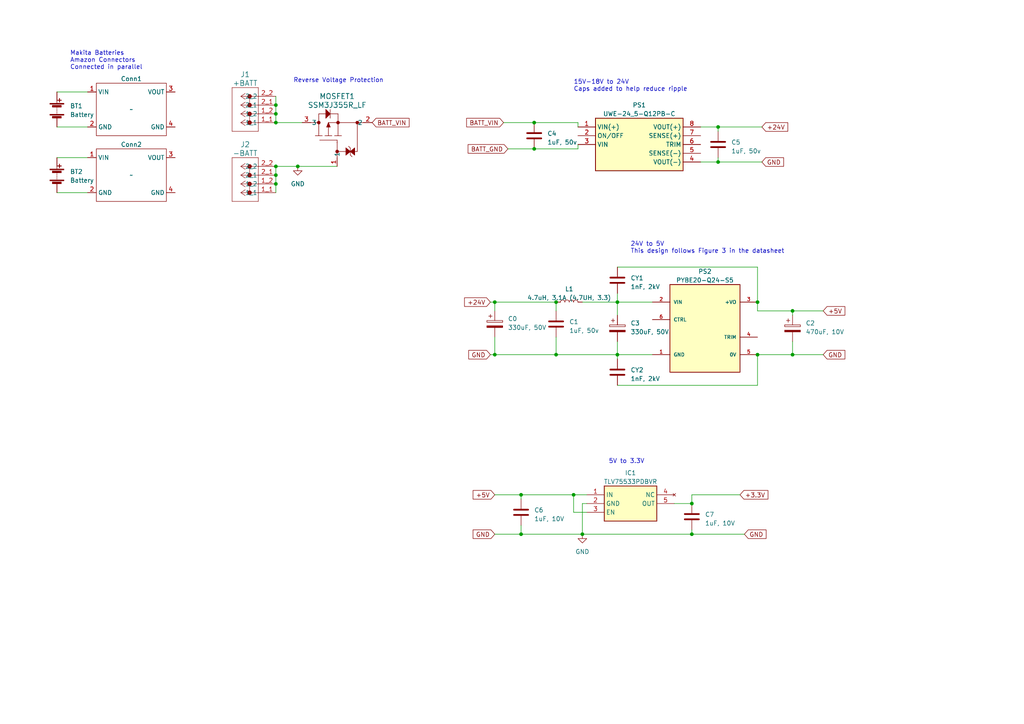
<source format=kicad_sch>
(kicad_sch (version 20230121) (generator eeschema)
  (paper "A4")
  (lib_symbols
    (symbol "2604-1102:2604-1102" (pin_names (offset 0.254))
      (property "Reference" "J" (at 8.89 6.35 0))
      (property "Value" "2604-1102" (at 0 0 0))
      (symbol "2604-1102_0_1"
        (polyline (pts (xy 5.08 -10.16) (xy 12.7 -10.16)) (stroke (width 0.127)))
        (polyline (pts (xy 5.08 2.54) (xy 5.08 -10.16)) (stroke (width 0.127)))
        (polyline (pts (xy 7.62 -5.08) (xy 7.62 -7.62)) (stroke (width 0.127)))
        (polyline (pts (xy 7.62 0) (xy 7.62 -2.54)) (stroke (width 0.127)))
        (polyline (pts (xy 10.16 -7.62) (xy 5.08 -7.62)) (stroke (width 0.127)))
        (polyline (pts (xy 10.16 -7.62) (xy 8.89 -8.4667)) (stroke (width 0.127)))
        (polyline (pts (xy 10.16 -7.62) (xy 8.89 -6.7733)) (stroke (width 0.127)))
        (polyline (pts (xy 10.16 -5.08) (xy 5.08 -5.08)) (stroke (width 0.127)))
        (polyline (pts (xy 10.16 -5.08) (xy 8.89 -5.9267)) (stroke (width 0.127)))
        (polyline (pts (xy 10.16 -5.08) (xy 8.89 -4.2333)) (stroke (width 0.127)))
        (polyline (pts (xy 10.16 -2.54) (xy 5.08 -2.54)) (stroke (width 0.127)))
        (polyline (pts (xy 10.16 -2.54) (xy 8.89 -3.3867)) (stroke (width 0.127)))
        (polyline (pts (xy 10.16 -2.54) (xy 8.89 -1.6933)) (stroke (width 0.127)))
        (polyline (pts (xy 10.16 0) (xy 5.08 0)) (stroke (width 0.127)))
        (polyline (pts (xy 10.16 0) (xy 8.89 -0.8467)) (stroke (width 0.127)))
        (polyline (pts (xy 10.16 0) (xy 8.89 0.8467)) (stroke (width 0.127)))
        (polyline (pts (xy 12.7 -10.16) (xy 12.7 2.54)) (stroke (width 0.127)))
        (polyline (pts (xy 12.7 2.54) (xy 5.08 2.54)) (stroke (width 0.127)))
        (circle (center 7.62 -7.62) (radius 0.127) (stroke (width 0.508)))
        (circle (center 7.62 -5.08) (radius 0.127) (stroke (width 0.508)))
        (circle (center 7.62 -2.54) (radius 0.127) (stroke (width 0.508)))
        (circle (center 7.62 0) (radius 0.127) (stroke (width 0.508)))
        (pin unspecified line (at 0 0 0) (length 5.08) (name "1_1") (number "1_1"))
        (pin unspecified line (at 0 -2.54 0) (length 5.08) (name "1_2") (number "1_2"))
        (pin unspecified line (at 0 -5.08 0) (length 5.08) (name "2_1") (number "2_1"))
        (pin unspecified line (at 0 -7.62 0) (length 5.08) (name "2_2") (number "2_2"))
      )
    )
    (symbol "Device:Battery" (pin_numbers hide) (pin_names (offset 0) hide)
      (property "Reference" "BT" (at 2.54 2.54 0))
      (property "Value" "Battery" (at 2.54 0 0))
      (symbol "Battery_0_1"
        (rectangle (start -2.032 -1.397) (end 2.032 -1.651) (fill (type outline)))
        (rectangle (start -2.032 1.778) (end 2.032 1.524) (fill (type outline)))
        (rectangle (start -1.3208 -1.9812) (end 1.27 -2.4892) (fill (type outline)))
        (rectangle (start -1.3208 1.1938) (end 1.27 0.6858) (fill (type outline)))
        (polyline (pts (xy 0 -1.524) (xy 0 -1.27)))
        (polyline (pts (xy 0 -1.016) (xy 0 -0.762)))
        (polyline (pts (xy 0 -0.508) (xy 0 -0.254)))
        (polyline (pts (xy 0 0) (xy 0 0.254)))
        (polyline (pts (xy 0 0.508) (xy 0 0.762)))
        (polyline (pts (xy 0 1.778) (xy 0 2.54)))
        (polyline (pts (xy 0.254 2.667) (xy 1.27 2.667)) (stroke (width 0.254)))
        (polyline (pts (xy 0.762 3.175) (xy 0.762 2.159)) (stroke (width 0.254)))
      )
      (symbol "Battery_1_1"
        (pin passive line (at 0 5.08 270) (length 2.54) (name "+") (number "1"))
        (pin passive line (at 0 -5.08 90) (length 2.54) (name "-") (number "2"))
      )
    )
    (symbol "Device:C" (pin_numbers hide) (pin_names (offset 0.254))
      (property "Reference" "C" (at 0.635 2.54 0))
      (property "Value" "C" (at 0.635 -2.54 0))
      (symbol "C_0_1"
        (polyline (pts (xy -2.032 -0.762) (xy 2.032 -0.762)) (stroke (width 0.508)))
        (polyline (pts (xy -2.032 0.762) (xy 2.032 0.762)) (stroke (width 0.508)))
      )
      (symbol "C_1_1"
        (pin passive line (at 0 3.81 270) (length 2.794) (name "~") (number "1"))
        (pin passive line (at 0 -3.81 90) (length 2.794) (name "~") (number "2"))
      )
    )
    (symbol "Device:C_Polarized" (pin_numbers hide) (pin_names (offset 0.254))
      (property "Reference" "C" (at 0.635 2.54 0))
      (property "Value" "C_Polarized" (at 0.635 -2.54 0))
      (symbol "C_Polarized_0_1"
        (rectangle (start -2.286 0.508) (end 2.286 1.016))
        (polyline (pts (xy -1.778 2.286) (xy -0.762 2.286)))
        (polyline (pts (xy -1.27 2.794) (xy -1.27 1.778)))
        (rectangle (start 2.286 -0.508) (end -2.286 -1.016) (fill (type outline)))
      )
      (symbol "C_Polarized_1_1"
        (pin passive line (at 0 3.81 270) (length 2.794) (name "~") (number "1"))
        (pin passive line (at 0 -3.81 90) (length 2.794) (name "~") (number "2"))
      )
    )
    (symbol "Device:L" (pin_numbers hide) (pin_names (offset 1.016) hide)
      (property "Reference" "L" (at -1.27 0 90))
      (property "Value" "L" (at 1.905 0 90))
      (symbol "L_0_1"
        (arc (start 0 -2.54) (mid 0.6323 -1.905) (end 0 -1.27))
        (arc (start 0 -1.27) (mid 0.6323 -0.635) (end 0 0))
        (arc (start 0 0) (mid 0.6323 0.635) (end 0 1.27))
        (arc (start 0 1.27) (mid 0.6323 1.905) (end 0 2.54))
      )
      (symbol "L_1_1"
        (pin passive line (at 0 3.81 270) (length 1.27) (name "1") (number "1"))
        (pin passive line (at 0 -3.81 90) (length 1.27) (name "2") (number "2"))
      )
    )
    (symbol "MakitaBatteryAdapter:MakitaBatteryAdapter"
      (property "Reference" "Conn" (at 0 10.16 0))
      (symbol "MakitaBatteryAdapter_0_1"
        (rectangle (start -10.16 7.62) (end 10.16 -7.62))
      )
      (symbol "MakitaBatteryAdapter_1_1"
        (pin input line (at -12.7 5.08 0) (length 2.54) (name "VIN") (number "1"))
        (pin input line (at -12.7 -5.08 0) (length 2.54) (name "GND") (number "2"))
        (pin output line (at 12.7 5.08 180) (length 2.54) (name "VOUT") (number "3"))
        (pin output line (at 12.7 -5.08 180) (length 2.54) (name "GND") (number "4"))
      )
    )
    (symbol "PYBE20-Q24-S5:PYBE20-Q24-S5" (pin_names (offset 1.016))
      (property "Reference" "PS" (at -10.16 12.7 0))
      (property "Value" "PYBE20-Q24-S5" (at -10.16 -15.24 0))
      (symbol "PYBE20-Q24-S5_0_0"
        (rectangle (start -10.16 -12.7) (end 10.16 12.7) (stroke (width 0.254)) (fill (type background)))
        (pin power_in line (at -15.24 -7.62 0) (length 5.08) (name "GND") (number "1"))
        (pin input line (at -15.24 7.62 0) (length 5.08) (name "VIN") (number "2"))
        (pin output line (at 15.24 7.62 180) (length 5.08) (name "+VO") (number "3"))
        (pin input line (at 15.24 -2.54 180) (length 5.08) (name "TRIM") (number "4"))
        (pin power_in line (at 15.24 -7.62 180) (length 5.08) (name "0V") (number "5"))
        (pin input line (at -15.24 2.54 0) (length 5.08) (name "CTRL") (number "6"))
      )
    )
    (symbol "SSM3J355R_LF:SSM3J355R_LF" (pin_names (offset 0.254))
      (property "Reference" "MOSFET" (at 0 0 0))
      (property "Value" "SSM3J355R_LF" (at 0 0 0))
      (symbol "SSM3J355R_LF_0_1"
        (polyline (pts (xy 0 -7.62) (xy 4.572 -7.62)) (stroke (width 0.1524)))
        (polyline (pts (xy 0.762 -12.7) (xy 2.794 -12.7)) (stroke (width 0.1524)))
        (polyline (pts (xy 0.762 -11.43) (xy 0.254 -11.938)) (stroke (width 0.1524)))
        (polyline (pts (xy 0.762 -11.43) (xy 2.794 -11.43)) (stroke (width 0.1524)))
        (polyline (pts (xy 0.762 -10.16) (xy 1.778 -11.43)) (stroke (width 0.1524)))
        (polyline (pts (xy 0.762 -10.16) (xy 2.794 -10.16)) (stroke (width 0.1524)))
        (polyline (pts (xy 1.778 -13.462) (xy 10.16 -13.462)) (stroke (width 0.1524)))
        (polyline (pts (xy 1.778 -12.7) (xy 1.778 -13.462)) (stroke (width 0.1524)))
        (polyline (pts (xy 1.778 -11.43) (xy 0.762 -12.7)) (stroke (width 0.1524)))
        (polyline (pts (xy 1.778 -7.62) (xy 1.778 -10.16)) (stroke (width 0.1524)))
        (polyline (pts (xy 2.794 -12.7) (xy 1.778 -11.43)) (stroke (width 0.1524)))
        (polyline (pts (xy 2.794 -11.43) (xy 3.302 -10.922)) (stroke (width 0.1524)))
        (polyline (pts (xy 2.794 -10.16) (xy 1.778 -11.43)) (stroke (width 0.1524)))
        (polyline (pts (xy 5.08 -7.62) (xy 4.318 -7.62)) (stroke (width 0.1524)))
        (polyline (pts (xy 5.08 -7.62) (xy 5.08 -2.54)) (stroke (width 0.1524)))
        (polyline (pts (xy 6.35 -8.89) (xy 6.35 -6.858)) (stroke (width 0.1524)))
        (polyline (pts (xy 6.35 -7.874) (xy 12.7 -7.874)) (stroke (width 0.1524)))
        (polyline (pts (xy 6.35 -6.096) (xy 6.35 -4.064)) (stroke (width 0.1524)))
        (polyline (pts (xy 6.35 -5.08) (xy 8.89 -5.08)) (stroke (width 0.1524)))
        (polyline (pts (xy 6.35 -3.302) (xy 6.35 -1.27)) (stroke (width 0.1524)))
        (polyline (pts (xy 8.89 -5.588) (xy 10.16 -5.08)) (stroke (width 0.1524)))
        (polyline (pts (xy 8.89 -4.572) (xy 8.89 -5.588)) (stroke (width 0.1524)))
        (polyline (pts (xy 10.16 -5.08) (xy 8.89 -4.572)) (stroke (width 0.1524)))
        (polyline (pts (xy 10.16 -5.08) (xy 10.16 -15.24)) (stroke (width 0.1524)))
        (polyline (pts (xy 10.16 0) (xy 10.16 -2.286)) (stroke (width 0.1524)))
        (polyline (pts (xy 11.43 -5.588) (xy 13.97 -5.588)) (stroke (width 0.1524)))
        (polyline (pts (xy 11.43 -4.318) (xy 13.97 -4.318)) (stroke (width 0.1524)))
        (polyline (pts (xy 12.7 -7.874) (xy 12.7 -5.588)) (stroke (width 0.1524)))
        (polyline (pts (xy 12.7 -5.588) (xy 11.43 -4.318)) (stroke (width 0.1524)))
        (polyline (pts (xy 12.7 -4.318) (xy 12.7 -2.286)) (stroke (width 0.1524)))
        (polyline (pts (xy 12.7 -2.286) (xy 6.35 -2.286)) (stroke (width 0.1524)))
        (polyline (pts (xy 13.97 -4.318) (xy 12.7 -5.588)) (stroke (width 0.1524)))
        (polyline (pts (xy 8.89 -4.572) (xy 8.89 -5.588) (xy 10.16 -5.08)) (fill (type outline)))
        (polyline (pts (xy 11.43 -4.318) (xy 12.7 -5.588) (xy 13.97 -4.318)) (fill (type outline)))
        (polyline (pts (xy 0.762 -10.16) (xy 1.778 -11.43) (xy 0.762 -12.7) (xy 2.794 -12.7) (xy 1.778 -11.43) (xy 2.794 -10.16)) (fill (type outline)))
        (circle (center 1.778 -7.62) (radius 0.254) (stroke (width 0.508)))
        (circle (center 10.16 -13.462) (radius 0.254) (stroke (width 0.508)))
        (circle (center 10.16 -7.874) (radius 0.254) (stroke (width 0.508)))
        (circle (center 10.16 -2.286) (radius 0.254) (stroke (width 0.508)))
        (pin unspecified line (at -2.54 -7.62 0) (length 2.54) (name "1") (number "1"))
        (pin unspecified line (at 10.16 -17.78 90) (length 2.54) (name "2") (number "2"))
        (pin unspecified line (at 10.16 2.54 270) (length 2.54) (name "3") (number "3"))
      )
    )
    (symbol "TLV75533PDBVR:TLV75533PDBVR"
      (property "Reference" "IC" (at 21.59 7.62 0))
      (property "Value" "TLV75533PDBVR" (at 21.59 5.08 0))
      (symbol "TLV75533PDBVR_1_1"
        (rectangle (start 5.08 2.54) (end 20.32 -7.62) (stroke (width 0.254)) (fill (type background)))
        (pin passive line (at 0 0 0) (length 5.08) (name "IN") (number "1"))
        (pin passive line (at 0 -2.54 0) (length 5.08) (name "GND") (number "2"))
        (pin passive line (at 0 -5.08 0) (length 5.08) (name "EN") (number "3"))
        (pin no_connect line (at 25.4 0 180) (length 5.08) (name "NC") (number "4"))
        (pin passive line (at 25.4 -2.54 180) (length 5.08) (name "OUT") (number "5"))
      )
    )
    (symbol "UWE-245-Q12PB-C:UWE-24_5-Q12PB-C"
      (property "Reference" "PS" (at 31.75 7.62 0))
      (property "Value" "UWE-24_5-Q12PB-C" (at 31.75 5.08 0))
      (symbol "UWE-24_5-Q12PB-C_1_1"
        (rectangle (start 5.08 2.54) (end 30.48 -12.7) (stroke (width 0.254)) (fill (type background)))
        (pin passive line (at 0 0 0) (length 5.08) (name "VIN(+)") (number "1"))
        (pin passive line (at 0 -2.54 0) (length 5.08) (name "ON/OFF") (number "2"))
        (pin passive line (at 0 -5.08 0) (length 5.08) (name "VIN") (number "3"))
        (pin passive line (at 35.56 -10.16 180) (length 5.08) (name "VOUT(-)") (number "4"))
        (pin passive line (at 35.56 -7.62 180) (length 5.08) (name "SENSE(-)") (number "5"))
        (pin passive line (at 35.56 -5.08 180) (length 5.08) (name "TRIM") (number "6"))
        (pin passive line (at 35.56 -2.54 180) (length 5.08) (name "SENSE(+)") (number "7"))
        (pin passive line (at 35.56 0 180) (length 5.08) (name "VOUT(+)") (number "8"))
      )
    )
    (symbol "power:GND" (power) (pin_names (offset 0))
      (property "Value" "GND" (at 0 -3.81 0))
      (symbol "GND_0_1"
        (polyline (pts (xy 0 0) (xy 0 -1.27) (xy 1.27 -1.27) (xy 0 -2.54) (xy -1.27 -1.27) (xy 0 -1.27)))
      )
      (symbol "GND_1_1"
        (pin power_in line (at 0 0 270) (length 0) hide (name "GND") (number "1"))
      )
    )
  )
  (junction (at 219.71 87.63))
  (junction (at 80.01 50.8))
  (junction (at 80.01 48.26))
  (junction (at 208.28 46.99))
  (junction (at 80.01 35.56))
  (junction (at 161.29 87.63))
  (junction (at 80.01 30.48))
  (junction (at 200.66 154.94))
  (junction (at 154.94 35.56))
  (junction (at 179.07 87.63))
  (junction (at 166.37 143.51))
  (junction (at 80.01 53.34))
  (junction (at 219.71 102.87))
  (junction (at 179.07 102.87))
  (junction (at 151.13 154.94))
  (junction (at 143.51 87.63))
  (junction (at 154.94 43.18))
  (junction (at 200.66 146.05))
  (junction (at 161.29 102.87))
  (junction (at 229.87 90.17))
  (junction (at 151.13 143.51))
  (junction (at 143.51 102.87))
  (junction (at 168.91 154.94))
  (junction (at 86.36 48.26))
  (junction (at 208.28 36.83))
  (junction (at 80.01 33.02))
  (junction (at 229.87 102.87))
  (wire (pts (xy 80.01 48.26) (xy 80.01 50.8)))
  (wire (pts (xy 154.94 43.18) (xy 167.64 43.18)))
  (wire (pts (xy 147.32 43.18) (xy 154.94 43.18)))
  (wire (pts (xy 219.71 77.47) (xy 219.71 87.63)))
  (wire (pts (xy 168.91 146.05) (xy 168.91 154.94)))
  (wire (pts (xy 16.51 26.67) (xy 25.4 26.67)))
  (wire (pts (xy 170.18 148.59) (xy 166.37 148.59)))
  (wire (pts (xy 219.71 90.17) (xy 219.71 87.63)))
  (wire (pts (xy 16.51 45.72) (xy 25.4 45.72)))
  (wire (pts (xy 200.66 154.94) (xy 168.91 154.94)))
  (wire (pts (xy 166.37 143.51) (xy 151.13 143.51)))
  (wire (pts (xy 143.51 154.94) (xy 151.13 154.94)))
  (wire (pts (xy 168.91 87.63) (xy 179.07 87.63)))
  (wire (pts (xy 151.13 154.94) (xy 168.91 154.94)))
  (wire (pts (xy 179.07 77.47) (xy 219.71 77.47)))
  (wire (pts (xy 229.87 91.44) (xy 229.87 90.17)))
  (wire (pts (xy 143.51 90.17) (xy 143.51 87.63)))
  (wire (pts (xy 80.01 30.48) (xy 80.01 33.02)))
  (wire (pts (xy 170.18 146.05) (xy 168.91 146.05)))
  (wire (pts (xy 161.29 97.79) (xy 161.29 102.87)))
  (wire (pts (xy 179.07 87.63) (xy 179.07 85.09)))
  (wire (pts (xy 208.28 38.1) (xy 208.28 36.83)))
  (wire (pts (xy 143.51 87.63) (xy 161.29 87.63)))
  (wire (pts (xy 16.51 36.83) (xy 25.4 36.83)))
  (wire (pts (xy 161.29 102.87) (xy 179.07 102.87)))
  (wire (pts (xy 195.58 146.05) (xy 200.66 146.05)))
  (wire (pts (xy 143.51 143.51) (xy 151.13 143.51)))
  (wire (pts (xy 143.51 97.79) (xy 143.51 102.87)))
  (wire (pts (xy 161.29 87.63) (xy 161.29 90.17)))
  (wire (pts (xy 208.28 46.99) (xy 220.98 46.99)))
  (wire (pts (xy 80.01 50.8) (xy 80.01 53.34)))
  (wire (pts (xy 25.4 55.88) (xy 16.51 55.88)))
  (wire (pts (xy 80.01 53.34) (xy 80.01 55.88)))
  (wire (pts (xy 208.28 36.83) (xy 220.98 36.83)))
  (wire (pts (xy 208.28 46.99) (xy 208.28 45.72)))
  (wire (pts (xy 200.66 154.94) (xy 215.9 154.94)))
  (wire (pts (xy 200.66 143.51) (xy 214.63 143.51)))
  (wire (pts (xy 142.24 102.87) (xy 143.51 102.87)))
  (wire (pts (xy 189.23 87.63) (xy 179.07 87.63)))
  (wire (pts (xy 203.2 46.99) (xy 208.28 46.99)))
  (wire (pts (xy 179.07 99.06) (xy 179.07 102.87)))
  (wire (pts (xy 170.18 143.51) (xy 166.37 143.51)))
  (wire (pts (xy 167.64 35.56) (xy 167.64 36.83)))
  (wire (pts (xy 229.87 90.17) (xy 219.71 90.17)))
  (wire (pts (xy 143.51 102.87) (xy 161.29 102.87)))
  (wire (pts (xy 146.05 35.56) (xy 154.94 35.56)))
  (wire (pts (xy 189.23 102.87) (xy 179.07 102.87)))
  (wire (pts (xy 179.07 87.63) (xy 179.07 91.44)))
  (wire (pts (xy 151.13 143.51) (xy 151.13 144.78)))
  (wire (pts (xy 208.28 36.83) (xy 203.2 36.83)))
  (wire (pts (xy 167.64 35.56) (xy 154.94 35.56)))
  (wire (pts (xy 238.76 90.17) (xy 229.87 90.17)))
  (wire (pts (xy 229.87 102.87) (xy 238.76 102.87)))
  (wire (pts (xy 179.07 111.76) (xy 219.71 111.76)))
  (wire (pts (xy 80.01 48.26) (xy 86.36 48.26)))
  (wire (pts (xy 219.71 111.76) (xy 219.71 102.87)))
  (wire (pts (xy 229.87 102.87) (xy 219.71 102.87)))
  (wire (pts (xy 80.01 33.02) (xy 80.01 35.56)))
  (wire (pts (xy 142.24 87.63) (xy 143.51 87.63)))
  (wire (pts (xy 167.64 41.91) (xy 167.64 43.18)))
  (wire (pts (xy 80.01 35.56) (xy 87.63 35.56)))
  (wire (pts (xy 229.87 99.06) (xy 229.87 102.87)))
  (wire (pts (xy 151.13 152.4) (xy 151.13 154.94)))
  (wire (pts (xy 200.66 153.67) (xy 200.66 154.94)))
  (wire (pts (xy 166.37 143.51) (xy 166.37 148.59)))
  (wire (pts (xy 80.01 27.94) (xy 80.01 30.48)))
  (wire (pts (xy 200.66 146.05) (xy 200.66 143.51)))
  (wire (pts (xy 86.36 48.26) (xy 97.79 48.26)))
  (wire (pts (xy 179.07 102.87) (xy 179.07 104.14)))
  (text "Makita Batteries\nAmazon Connectors\nConnected in parallel" (at 20.32 20.32 0) (effects (font (size 1.27 1.27)) (justify left bottom)))
  (text "5V to 3.3V" (at 176.53 134.62 0) (effects (font (size 1.27 1.27)) (justify left bottom)))
  (text "15V-18V to 24V\nCaps added to help reduce ripple" (at 166.37 26.67 0) (effects (font (size 1.27 1.27)) (justify left bottom)))
  (text "Reverse Voltage Protection" (at 85.09 24.13 0) (effects (font (size 1.27 1.27)) (justify left bottom)))
  (text "24V to 5V\nThis design follows Figure 3 in the datasheet" (at 182.88 73.66 0) (effects (font (size 1.27 1.27)) (justify left bottom)))
  (global_label "+24V" (shape input) (at 220.98 36.83 0) (property "Intersheetrefs" "${INTERSHEET_REFS}" (at 228.9658 36.83 0) (effects (justify left))))
  (global_label "GND" (shape input) (at 220.98 46.99 0) (property "Intersheetrefs" "${INTERSHEET_REFS}" (at 227.7563 46.99 0) (effects (justify left))))
  (global_label "GND" (shape input) (at 215.9 154.94 0) (property "Intersheetrefs" "${INTERSHEET_REFS}" (at 222.6763 154.94 0) (effects (justify left))))
  (global_label "GND" (shape input) (at 143.51 154.94 180) (property "Intersheetrefs" "${INTERSHEET_REFS}" (at 136.7337 154.94 0) (effects (justify right))))
  (global_label "+3.3V" (shape input) (at 214.63 143.51 0) (property "Intersheetrefs" "${INTERSHEET_REFS}" (at 223.2206 143.51 0) (effects (justify left))))
  (global_label "GND" (shape input) (at 142.24 102.87 180) (property "Intersheetrefs" "${INTERSHEET_REFS}" (at 135.4637 102.87 0) (effects (justify right))))
  (global_label "BATT_VIN" (shape input) (at 146.05 35.56 180) (property "Intersheetrefs" "${INTERSHEET_REFS}" (at 134.8589 35.56 0) (effects (justify right))))
  (global_label "BATT_GND" (shape input) (at 147.32 43.18 180) (property "Intersheetrefs" "${INTERSHEET_REFS}" (at 135.2823 43.18 0) (effects (justify right))))
  (global_label "BATT_VIN" (shape input) (at 107.95 35.56 0) (property "Intersheetrefs" "${INTERSHEET_REFS}" (at 119.1411 35.56 0) (effects (justify left))))
  (global_label "GND" (shape input) (at 238.76 102.87 0) (property "Intersheetrefs" "${INTERSHEET_REFS}" (at 245.5363 102.87 0) (effects (justify left))))
  (global_label "+5V" (shape input) (at 143.51 143.51 180) (property "Intersheetrefs" "${INTERSHEET_REFS}" (at 136.7337 143.51 0) (effects (justify right))))
  (global_label "+5V" (shape input) (at 238.76 90.17 0) (property "Intersheetrefs" "${INTERSHEET_REFS}" (at 245.5363 90.17 0) (effects (justify left))))
  (global_label "+24V" (shape input) (at 142.24 87.63 180) (property "Intersheetrefs" "${INTERSHEET_REFS}" (at 134.2542 87.63 0) (effects (justify right))))
  (symbol (lib_id "power:GND") (at 168.91 154.94 0) (unit 1)
    (property "Reference" "#PWR01" (effects hide))
    (property "Value" "GND" (at 168.91 160.02 0))
  )
  (symbol (lib_id "Device:C") (at 179.07 81.28 0) (unit 1)
    (property "Reference" "CY1" (at 182.88 80.645 0) (effects (justify left)))
    (property "Value" "1nF, 2kV" (at 182.88 83.185 0) (effects (justify left)))
    (property "Footprint" "Capacitor_SMD:C_1812_4532Metric_Pad1.57x3.40mm_HandSolder" (effects hide))
    (property "Datasheet" "https://connect.kemet.com:7667/gateway/IntelliData-ComponentDocumentation/1.0/download/datasheet/C1812C102KGRACAUTO" (effects hide))
    (property "Part Number" "C1812C102KGRACAUTO" (effects hide))
  )
  (symbol (lib_id "Device:C") (at 154.94 39.37 0) (unit 1)
    (property "Reference" "C4" (at 158.75 38.735 0) (effects (justify left)))
    (property "Value" "1uF, 50v" (at 158.75 41.275 0) (effects (justify left)))
    (property "Footprint" "Capacitor_SMD:C_0805_2012Metric_Pad1.18x1.45mm_HandSolder" (effects hide))
    (property "Datasheet" "https://mm.digikey.com/Volume0/opasdata/d220001/medias/docus/658/CL21B105KBFNNNG_Spec.pdf" (effects hide))
    (property "Part Number" "CL21B105KBFNNNG" (effects hide))
  )
  (symbol (lib_id "MakitaBatteryAdapter:MakitaBatteryAdapter") (at 38.1 50.8 0) (unit 1)
    (property "Reference" "Conn2" (at 38.1 41.91 0))
    (property "Value" "~" (at 38.1 50.8 0))
  )
  (symbol (lib_id "Device:C") (at 208.28 41.91 0) (unit 1)
    (property "Reference" "C5" (at 212.09 41.275 0) (effects (justify left)))
    (property "Value" "1uF, 50v" (at 212.09 43.815 0) (effects (justify left)))
    (property "Footprint" "Capacitor_SMD:C_0805_2012Metric_Pad1.18x1.45mm_HandSolder" (effects hide))
    (property "Datasheet" "https://mm.digikey.com/Volume0/opasdata/d220001/medias/docus/658/CL21B105KBFNNNG_Spec.pdf" (effects hide))
    (property "Part Number" "CL21B105KBFNNNG" (effects hide))
  )
  (symbol (lib_id "Device:C_Polarized") (at 179.07 95.25 0) (unit 1)
    (property "Reference" "C3" (at 182.88 93.726 0) (effects (justify left)))
    (property "Value" "330uF, 50V" (at 182.88 96.266 0) (effects (justify left)))
    (property "Footprint" "Capacitor_THT:CP_Radial_D10.0mm_P5.00mm" (effects hide))
    (property "Datasheet" "https://mm.digikey.com/Volume0/opasdata/d220001/medias/docus/2452/ECA-xxM%20Series,TypeA.pdf" (effects hide))
    (property "Part Number" "ECA-1HM331B" (effects hide))
  )
  (symbol (lib_id "Device:C") (at 161.29 93.98 0) (unit 1)
    (property "Reference" "C1" (at 165.1 93.345 0) (effects (justify left)))
    (property "Value" "1uF, 50v" (at 165.1 95.885 0) (effects (justify left)))
    (property "Footprint" "Capacitor_SMD:C_0805_2012Metric_Pad1.18x1.45mm_HandSolder" (effects hide))
    (property "Datasheet" "https://mm.digikey.com/Volume0/opasdata/d220001/medias/docus/658/CL21B105KBFNNNG_Spec.pdf" (effects hide))
    (property "Part Number" "CL21B105KBFNNNG" (effects hide))
  )
  (symbol (lib_id "Device:C_Polarized") (at 143.51 93.98 0) (unit 1)
    (property "Reference" "C0" (at 147.32 92.456 0) (effects (justify left)))
    (property "Value" "330uF, 50V" (at 147.32 94.996 0) (effects (justify left)))
    (property "Footprint" "Capacitor_THT:CP_Radial_D10.0mm_P5.00mm" (effects hide))
    (property "Datasheet" "https://mm.digikey.com/Volume0/opasdata/d220001/medias/docus/2452/ECA-xxM%20Series,TypeA.pdf" (effects hide))
    (property "Part Number" "ECA-1HM331B" (effects hide))
  )
  (symbol (lib_id "Device:Battery") (at 16.51 50.8 0) (unit 1)
    (property "Reference" "BT2" (at 20.32 49.784 0) (effects (justify left)))
    (property "Value" "Battery" (at 20.32 52.324 0) (effects (justify left)))
  )
  (symbol (lib_id "2604-1102:2604-1102") (at 80.01 35.56 180) (unit 1)
    (property "Reference" "J1" (at 71.12 21.59 0) (effects (font (size 1.524 1.524))))
    (property "Value" "+BATT" (at 71.12 24.13 0) (effects (font (size 1.524 1.524))))
    (property "Footprint" "2604-1102:2604-1102" (effects hide))
    (property "Datasheet" "2604-1102" (effects hide))
  )
  (symbol (lib_id "Device:C_Polarized") (at 229.87 95.25 0) (unit 1)
    (property "Reference" "C2" (at 233.68 93.726 0) (effects (justify left)))
    (property "Value" "470uF, 10V" (at 233.68 96.266 0) (effects (justify left)))
    (property "Footprint" "Capacitor_Tantalum_SMD:CP_EIA-7343-15_Kemet-W_Pad2.25x2.55mm_HandSolder" (effects hide))
    (property "Datasheet" "https://www.vishay.com/docs/40002/293d.pdf" (effects hide))
    (property "Part Number" "293D477X9010E2TE3" (effects hide))
  )
  (symbol (lib_id "Device:Battery") (at 16.51 31.75 0) (unit 1)
    (property "Reference" "BT1" (at 20.32 30.734 0) (effects (justify left)))
    (property "Value" "Battery" (at 20.32 33.274 0) (effects (justify left)))
  )
  (symbol (lib_id "Device:C") (at 200.66 149.86 0) (unit 1)
    (property "Reference" "C7" (at 204.47 149.225 0) (effects (justify left)))
    (property "Value" "1uF, 10V" (at 204.47 151.765 0) (effects (justify left)))
    (property "Footprint" "Capacitor_SMD:C_0805_2012Metric_Pad1.18x1.45mm_HandSolder" (effects hide))
    (property "Datasheet" "https://www.samsungsem.com/kr/support/product-search/mlcc/CL21B105KPFNNNE.jsp" (effects hide))
    (property "Part Number" "CL21B105KPFNNNE" (effects hide))
  )
  (symbol (lib_id "MakitaBatteryAdapter:MakitaBatteryAdapter") (at 38.1 31.75 0) (unit 1)
    (property "Reference" "Conn1" (at 38.1 22.86 0))
    (property "Value" "~" (at 38.1 31.75 0))
  )
  (symbol (lib_id "Device:C") (at 179.07 107.95 0) (unit 1)
    (property "Reference" "CY2" (at 182.88 107.315 0) (effects (justify left)))
    (property "Value" "1nF, 2kV" (at 182.88 109.855 0) (effects (justify left)))
    (property "Footprint" "Capacitor_SMD:C_1812_4532Metric_Pad1.57x3.40mm_HandSolder" (effects hide))
    (property "Datasheet" "https://connect.kemet.com:7667/gateway/IntelliData-ComponentDocumentation/1.0/download/datasheet/C1812C102KGRACAUTO" (effects hide))
    (property "Part Number" "C1812C102KGRACAUTO" (effects hide))
  )
  (symbol (lib_id "power:GND") (at 86.36 48.26 0) (unit 1)
    (property "Reference" "#PWR02" (effects hide))
    (property "Value" "GND" (at 86.36 53.34 0))
  )
  (symbol (lib_id "UWE-245-Q12PB-C:UWE-24_5-Q12PB-C") (at 167.64 36.83 0) (unit 1)
    (property "Reference" "PS1" (at 185.42 30.48 0))
    (property "Value" "UWE-24_5-Q12PB-C" (at 185.42 33.02 0))
    (property "Footprint" "UWE245Q12PBC" (effects hide))
    (property "Datasheet" "https://componentsearchengine.com/Datasheets/2/UWE-24_5-Q12PB-C.pdf" (effects hide))
    (property "Height" "13.2" (effects hide))
    (property "Mouser Part Number" "580-UWE-24/5-Q12PB-C" (effects hide))
    (property "Mouser Price/Stock" "https://www.mouser.co.uk/ProductDetail/Murata-Power-Solutions/UWE-24-5-Q12PB-C?qs=Cb2nCFKsA8r137taAmV%2FnA%3D%3D" (effects hide))
    (property "Manufacturer_Name" "Murata Electronics" (effects hide))
    (property "Manufacturer_Part_Number" "UWE-24/5-Q12PB-C" (effects hide))
  )
  (symbol (lib_id "SSM3J355R_LF:SSM3J355R_LF") (at 90.17 45.72 90) (unit 1)
    (property "Reference" "MOSFET1" (at 97.79 27.94 90) (effects (font (size 1.524 1.524))))
    (property "Value" "SSM3J355R_LF" (at 97.79 30.48 90) (effects (font (size 1.524 1.524))))
    (property "Footprint" "SOT-23F_TOS" (effects hide))
    (property "Datasheet" "SSM3J355R_LF" (effects hide))
  )
  (symbol (lib_id "PYBE20-Q24-S5:PYBE20-Q24-S5") (at 204.47 95.25 0) (unit 1)
    (property "Reference" "PS2" (at 204.47 78.74 0))
    (property "Value" "PYBE20-Q24-S5" (at 204.47 81.28 0))
    (property "Footprint" "CONV_PYBE20-Q24-S5" (effects hide))
    (property "Datasheet" "https://www.mouser.com/datasheet/2/670/pybe20-1525738.pdf" (effects hide))
    (property "STANDARD" "Manufacturer Recommendations" (effects hide))
    (property "MANUFACTURER" "CUI Inc" (effects hide))
  )
  (symbol (lib_id "TLV75533PDBVR:TLV75533PDBVR") (at 170.18 143.51 0) (unit 1)
    (property "Reference" "IC1" (at 182.88 137.16 0))
    (property "Value" "TLV75533PDBVR" (at 182.88 139.7 0))
    (property "Footprint" "SOT95P280X145-5N" (effects hide))
    (property "Datasheet" "http://www.ti.com/lit/gpn/tlv755p" (effects hide))
    (property "Height" "1.45" (effects hide))
    (property "Mouser Part Number" "595-TLV75533PDBVR" (effects hide))
    (property "Mouser Price/Stock" "https://www.mouser.co.uk/ProductDetail/Texas-Instruments/TLV75533PDBVR?qs=55YtniHzbhAKEwqeO2xJXQ%3D%3D" (effects hide))
    (property "Manufacturer_Name" "Texas Instruments" (effects hide))
    (property "Manufacturer_Part_Number" "TLV75533PDBVR" (effects hide))
  )
  (symbol (lib_id "Device:C") (at 151.13 148.59 0) (unit 1)
    (property "Reference" "C6" (at 154.94 147.955 0) (effects (justify left)))
    (property "Value" "1uF, 10V" (at 154.94 150.495 0) (effects (justify left)))
    (property "Footprint" "Capacitor_SMD:C_0805_2012Metric_Pad1.18x1.45mm_HandSolder" (effects hide))
    (property "Datasheet" "https://www.samsungsem.com/kr/support/product-search/mlcc/CL21B105KPFNNNE.jsp" (effects hide))
    (property "Part Number" "CL21B105KPFNNNE" (effects hide))
  )
  (symbol (lib_id "2604-1102:2604-1102") (at 80.01 55.88 180) (unit 1)
    (property "Reference" "J2" (at 71.12 41.91 0) (effects (font (size 1.524 1.524))))
    (property "Value" "-BATT" (at 71.12 44.45 0) (effects (font (size 1.524 1.524))))
    (property "Footprint" "2604-1102:2604-1102" (effects hide))
    (property "Datasheet" "2604-1102" (effects hide))
  )
  (symbol (lib_id "Device:L") (at 165.1 87.63 90) (unit 1)
    (property "Reference" "L1" (at 165.1 83.82 90))
    (property "Value" "4.7uH, 3.1A (4.7UH, 3.3)" (at 165.1 86.36 90))
    (property "Footprint" "XGL4018-472MEC:IND_XGL4018_COC-M" (effects hide))
    (property "Datasheet" "https://www.coilcraft.com/getmedia/0be7c387-0089-4e30-b8da-b9d6b0e662a5/xgl4018.pdf" (effects hide))
    (property "Part Number" "XGL4018-472MEC" (effects hide))
  )
)
</source>
